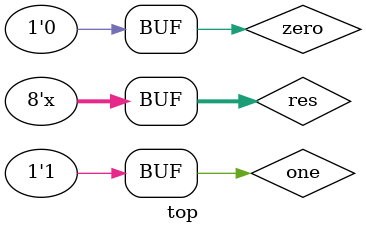
<source format=v>

module top;
  reg passed;
  reg [7:0] res;
  reg zero;
  reg one;
  initial begin
    passed = 1'b1;
    zero = 1'b0;
    one = 1'b1;
//    res = 1'b1 ? !1'b0/1'b0 : 1'b0;
    res = !1'b0/1'b0;
    if (res !== 8'bx) begin
      $display("FAILED: compiler.");
      passed = 1'b0;
    end

//    res = one ? !1'b0/zero : zero;
    res = !1'b0/zero;
    if (res !== 8'bx) begin
      $display("FAILED: run-time.");
      passed = 1'b0;
    end

    if (passed) $display("PASSED");
  end
endmodule

</source>
